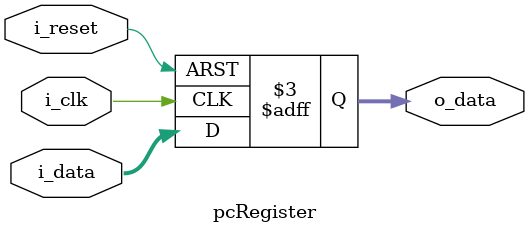
<source format=sv>
module pcRegister(
    input logic [31:0] i_data,
    input logic i_clk,
    input logic i_reset,
    output logic [31:0] o_data
);
always @(posedge i_clk or negedge i_reset) begin
    if(!i_reset) begin 
        o_data <= 32'd0;
    end else begin 
        o_data <= i_data;
    end
end
endmodule
</source>
